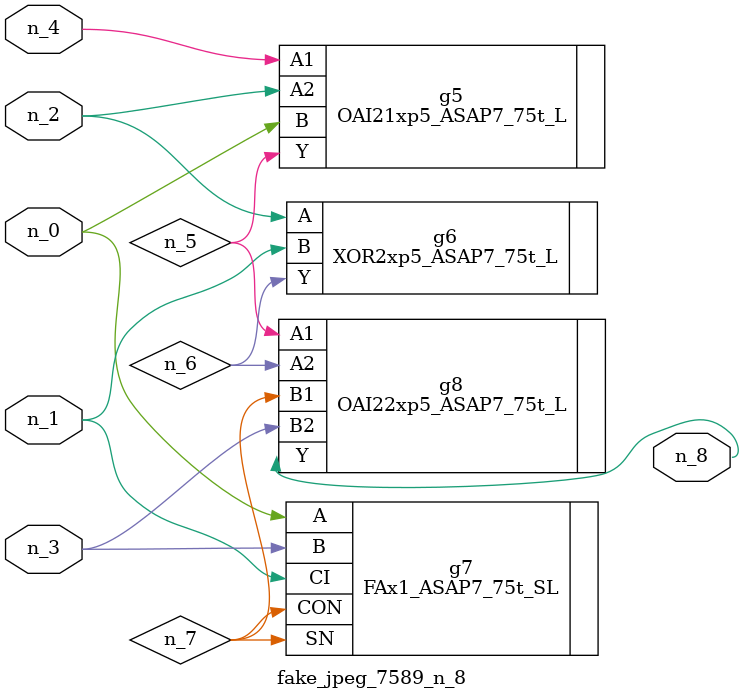
<source format=v>
module fake_jpeg_7589_n_8 (n_3, n_2, n_1, n_0, n_4, n_8);

input n_3;
input n_2;
input n_1;
input n_0;
input n_4;

output n_8;

wire n_6;
wire n_5;
wire n_7;

OAI21xp5_ASAP7_75t_L g5 ( 
.A1(n_4),
.A2(n_2),
.B(n_0),
.Y(n_5)
);

XOR2xp5_ASAP7_75t_L g6 ( 
.A(n_2),
.B(n_1),
.Y(n_6)
);

FAx1_ASAP7_75t_SL g7 ( 
.A(n_0),
.B(n_3),
.CI(n_1),
.CON(n_7),
.SN(n_7)
);

OAI22xp5_ASAP7_75t_L g8 ( 
.A1(n_5),
.A2(n_6),
.B1(n_7),
.B2(n_3),
.Y(n_8)
);


endmodule
</source>
